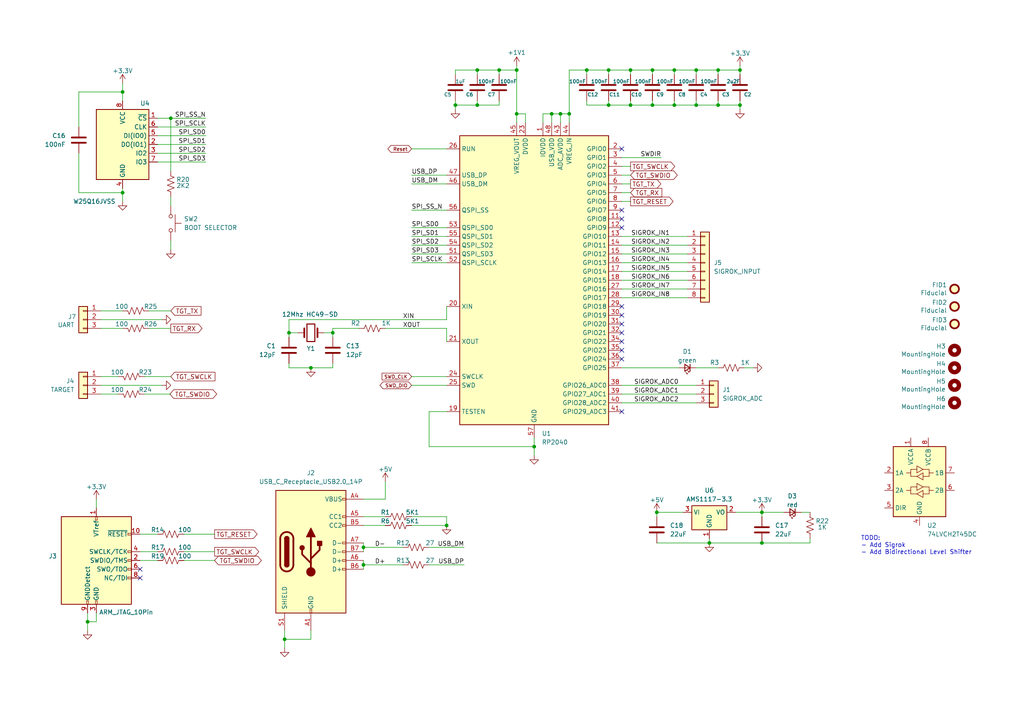
<source format=kicad_sch>
(kicad_sch (version 20231120) (generator "eeschema") (generator_version "8.0")
  (paper "A4")
  (title_block (title "Piko") (date "2025-07-17") (rev "V0.1") (company "AHAH_TERROR"))
  (lib_symbols
    (symbol "Connector:Conn_ARM_JTAG_SWD_10" (pin_names (offset 1.016))
      (property "Reference" "J" (at -2.54 16.51 0))
      (property "Value" "Conn_ARM_JTAG_SWD_10" (at -2.54 13.97 0))
      (symbol "Conn_ARM_JTAG_SWD_10_1_1"
        (pin power_in line (at 0 15.24 270) (length 2.54) (name "VTref") (number "1"))
        (pin open_collector line (at 12.7 7.62 180) (length 2.54) (name "~{RESET}") (number "10"))
        (pin bidirectional line (at 12.7 0 180) (length 2.54) (name "SWDIO/TMS") (number "2"))
        (pin power_in line (at 0 -15.24 90) (length 2.54) (name "GND") (number "3"))
        (pin output line (at 12.7 2.54 180) (length 2.54) (name "SWCLK/TCK") (number "4"))
        (pin passive line (at 0 -15.24 90) (length 2.54) hide (name "GND") (number "5"))
        (pin input line (at 12.7 -2.54 180) (length 2.54) (name "SWO/TDO") (number "6"))
        (pin no_connect line (at -10.16 0 0) (length 2.54) hide (name "KEY") (number "7"))
        (pin output line (at 12.7 -5.08 180) (length 2.54) (name "NC/TDI") (number "8"))
        (pin passive line (at -2.54 -15.24 90) (length 2.54) (name "GNDDetect") (number "9"))
      )
    )
    (symbol "Connector:USB_C_Receptacle_USB2.0_14P" (pin_names (offset 1.016))
      (property "Reference" "J" (at 0 22.225 0))
      (property "Value" "USB_C_Receptacle_USB2.0_14P" (at 0 19.685 0))
      (symbol "USB_C_Receptacle_USB2.0_14P_1_1"
        (pin passive line (at 0 -22.86 90) (length 5.08) (name "GND") (number "A1"))
        (pin passive line (at 0 -22.86 90) (length 5.08) hide (name "GND") (number "A12"))
        (pin passive line (at 15.24 15.24 180) (length 5.08) (name "VBUS") (number "A4"))
        (pin bidirectional line (at 15.24 10.16 180) (length 5.08) (name "CC1") (number "A5"))
        (pin bidirectional line (at 15.24 -2.54 180) (length 5.08) (name "D+") (number "A6"))
        (pin bidirectional line (at 15.24 2.54 180) (length 5.08) (name "D-") (number "A7"))
        (pin passive line (at 15.24 15.24 180) (length 5.08) hide (name "VBUS") (number "A9"))
        (pin passive line (at 0 -22.86 90) (length 5.08) hide (name "GND") (number "B1"))
        (pin passive line (at 0 -22.86 90) (length 5.08) hide (name "GND") (number "B12"))
        (pin passive line (at 15.24 15.24 180) (length 5.08) hide (name "VBUS") (number "B4"))
        (pin bidirectional line (at 15.24 7.62 180) (length 5.08) (name "CC2") (number "B5"))
        (pin bidirectional line (at 15.24 -5.08 180) (length 5.08) (name "D+") (number "B6"))
        (pin bidirectional line (at 15.24 0 180) (length 5.08) (name "D-") (number "B7"))
        (pin passive line (at 15.24 15.24 180) (length 5.08) hide (name "VBUS") (number "B9"))
        (pin passive line (at -7.62 -22.86 90) (length 5.08) (name "SHIELD") (number "S1"))
      )
    )
    (symbol "Connector_Generic:Conn_01x03" (pin_names (offset 1.016) hide)
      (property "Reference" "J" (at 0 5.08 0))
      (property "Value" "Conn_01x03" (at 0 -5.08 0))
      (symbol "Conn_01x03_1_1"
        (pin passive line (at -5.08 2.54 0) (length 3.81) (name "Pin_1") (number "1"))
        (pin passive line (at -5.08 0 0) (length 3.81) (name "Pin_2") (number "2"))
        (pin passive line (at -5.08 -2.54 0) (length 3.81) (name "Pin_3") (number "3"))
      )
    )
    (symbol "Connector_Generic:Conn_01x08" (pin_names (offset 1.016) hide)
      (property "Reference" "J" (at 0 10.16 0))
      (property "Value" "Conn_01x08" (at 0 -12.7 0))
      (symbol "Conn_01x08_1_1"
        (pin passive line (at -5.08 7.62 0) (length 3.81) (name "Pin_1") (number "1"))
        (pin passive line (at -5.08 5.08 0) (length 3.81) (name "Pin_2") (number "2"))
        (pin passive line (at -5.08 2.54 0) (length 3.81) (name "Pin_3") (number "3"))
        (pin passive line (at -5.08 0 0) (length 3.81) (name "Pin_4") (number "4"))
        (pin passive line (at -5.08 -2.54 0) (length 3.81) (name "Pin_5") (number "5"))
        (pin passive line (at -5.08 -5.08 0) (length 3.81) (name "Pin_6") (number "6"))
        (pin passive line (at -5.08 -7.62 0) (length 3.81) (name "Pin_7") (number "7"))
        (pin passive line (at -5.08 -10.16 0) (length 3.81) (name "Pin_8") (number "8"))
      )
    )
    (symbol "Device:C" (pin_numbers hide) (pin_names (offset 0.254))
      (property "Reference" "C" (at 0.635 2.54 0))
      (property "Value" "C" (at 0.635 -2.54 0))
      (symbol "C_1_1"
        (pin passive line (at 0 3.81 270) (length 2.794) (name "~") (number "1"))
        (pin passive line (at 0 -3.81 90) (length 2.794) (name "~") (number "2"))
      )
    )
    (symbol "Device:Crystal" (pin_numbers hide) (pin_names (offset 1.016) hide)
      (property "Reference" "Y" (at 0 3.81 0))
      (property "Value" "Crystal" (at 0 -3.81 0))
      (symbol "Crystal_1_1"
        (pin passive line (at -3.81 0 0) (length 1.27) (name "1") (number "1"))
        (pin passive line (at 3.81 0 180) (length 1.27) (name "2") (number "2"))
      )
    )
    (symbol "Device:LED_Small" (pin_numbers hide) (pin_names (offset 0.254) hide)
      (property "Reference" "D" (at -1.27 3.175 0))
      (property "Value" "LED_Small" (at -4.445 -2.54 0))
      (symbol "LED_Small_1_1"
        (pin passive line (at -2.54 0 0) (length 1.778) (name "K") (number "1"))
        (pin passive line (at 2.54 0 180) (length 1.778) (name "A") (number "2"))
      )
    )
    (symbol "Device:R_US" (pin_numbers hide) (pin_names (offset 0))
      (property "Reference" "R" (at 2.54 0 90))
      (property "Value" "R_US" (at -2.54 0 90))
      (symbol "R_US_1_1"
        (pin passive line (at 0 3.81 270) (length 1.27) (name "~") (number "1"))
        (pin passive line (at 0 -3.81 90) (length 1.27) (name "~") (number "2"))
      )
    )
    (symbol "Logic_LevelTranslator:74LVCH2T45DC"
      (property "Reference" "U" (at 6.35 -11.43 0))
      (property "Value" "74LVCH2T45DC" (at 10.16 11.43 0))
      (symbol "74LVCH2T45DC_1_1"
        (pin power_in line (at -2.54 12.7 270) (length 2.54) (name "VCCA") (number "1"))
        (pin bidirectional line (at -10.16 2.54 0) (length 2.54) (name "1A") (number "2"))
        (pin bidirectional line (at -10.16 -2.54 0) (length 2.54) (name "2A") (number "3"))
        (pin power_in line (at 0 -12.7 90) (length 2.54) (name "GND") (number "4"))
        (pin input line (at -10.16 -7.62 0) (length 2.54) (name "DIR") (number "5"))
        (pin bidirectional line (at 10.16 -2.54 180) (length 2.54) (name "2B") (number "6"))
        (pin bidirectional line (at 10.16 2.54 180) (length 2.54) (name "1B") (number "7"))
        (pin power_in line (at 2.54 12.7 270) (length 2.54) (name "VCCB") (number "8"))
      )
    )
    (symbol "MCU_RaspberryPi:RP2040"
      (property "Reference" "U" (at 17.78 45.72 0))
      (property "Value" "RP2040" (at 17.78 43.18 0))
      (symbol "RP2040_1_1"
        (pin power_in line (at 2.54 45.72 270) (length 3.81) (name "IOVDD") (number "1"))
        (pin passive line (at 2.54 45.72 270) (length 3.81) hide (name "IOVDD") (number "10"))
        (pin bidirectional line (at 25.4 17.78 180) (length 3.81) (name "GPIO8") (number "11"))
        (pin bidirectional line (at 25.4 15.24 180) (length 3.81) (name "GPIO9") (number "12"))
        (pin bidirectional line (at 25.4 12.7 180) (length 3.81) (name "GPIO10") (number "13"))
        (pin bidirectional line (at 25.4 10.16 180) (length 3.81) (name "GPIO11") (number "14"))
        (pin bidirectional line (at 25.4 7.62 180) (length 3.81) (name "GPIO12") (number "15"))
        (pin bidirectional line (at 25.4 5.08 180) (length 3.81) (name "GPIO13") (number "16"))
        (pin bidirectional line (at 25.4 2.54 180) (length 3.81) (name "GPIO14") (number "17"))
        (pin bidirectional line (at 25.4 0 180) (length 3.81) (name "GPIO15") (number "18"))
        (pin input line (at -25.4 -38.1 0) (length 3.81) (name "TESTEN") (number "19"))
        (pin bidirectional line (at 25.4 38.1 180) (length 3.81) (name "GPIO0") (number "2"))
        (pin input line (at -25.4 -7.62 0) (length 3.81) (name "XIN") (number "20"))
        (pin passive line (at -25.4 -17.78 0) (length 3.81) (name "XOUT") (number "21"))
        (pin passive line (at 2.54 45.72 270) (length 3.81) hide (name "IOVDD") (number "22"))
        (pin power_in line (at -2.54 45.72 270) (length 3.81) (name "DVDD") (number "23"))
        (pin input line (at -25.4 -27.94 0) (length 3.81) (name "SWCLK") (number "24"))
        (pin bidirectional line (at -25.4 -30.48 0) (length 3.81) (name "SWD") (number "25"))
        (pin input line (at -25.4 38.1 0) (length 3.81) (name "RUN") (number "26"))
        (pin bidirectional line (at 25.4 -2.54 180) (length 3.81) (name "GPIO16") (number "27"))
        (pin bidirectional line (at 25.4 -5.08 180) (length 3.81) (name "GPIO17") (number "28"))
        (pin bidirectional line (at 25.4 -7.62 180) (length 3.81) (name "GPIO18") (number "29"))
        (pin bidirectional line (at 25.4 35.56 180) (length 3.81) (name "GPIO1") (number "3"))
        (pin bidirectional line (at 25.4 -10.16 180) (length 3.81) (name "GPIO19") (number "30"))
        (pin bidirectional line (at 25.4 -12.7 180) (length 3.81) (name "GPIO20") (number "31"))
        (pin bidirectional line (at 25.4 -15.24 180) (length 3.81) (name "GPIO21") (number "32"))
        (pin passive line (at 2.54 45.72 270) (length 3.81) hide (name "IOVDD") (number "33"))
        (pin bidirectional line (at 25.4 -17.78 180) (length 3.81) (name "GPIO22") (number "34"))
        (pin bidirectional line (at 25.4 -20.32 180) (length 3.81) (name "GPIO23") (number "35"))
        (pin bidirectional line (at 25.4 -22.86 180) (length 3.81) (name "GPIO24") (number "36"))
        (pin bidirectional line (at 25.4 -25.4 180) (length 3.81) (name "GPIO25") (number "37"))
        (pin bidirectional line (at 25.4 -30.48 180) (length 3.81) (name "GPIO26_ADC0") (number "38"))
        (pin bidirectional line (at 25.4 -33.02 180) (length 3.81) (name "GPIO27_ADC1") (number "39"))
        (pin bidirectional line (at 25.4 33.02 180) (length 3.81) (name "GPIO2") (number "4"))
        (pin bidirectional line (at 25.4 -35.56 180) (length 3.81) (name "GPIO28_ADC2") (number "40"))
        (pin bidirectional line (at 25.4 -38.1 180) (length 3.81) (name "GPIO29_ADC3") (number "41"))
        (pin passive line (at 2.54 45.72 270) (length 3.81) hide (name "IOVDD") (number "42"))
        (pin power_in line (at 7.62 45.72 270) (length 3.81) (name "ADC_AVDD") (number "43"))
        (pin power_in line (at 10.16 45.72 270) (length 3.81) (name "VREG_IN") (number "44"))
        (pin power_out line (at -5.08 45.72 270) (length 3.81) (name "VREG_VOUT") (number "45"))
        (pin bidirectional line (at -25.4 27.94 0) (length 3.81) (name "USB_DM") (number "46"))
        (pin bidirectional line (at -25.4 30.48 0) (length 3.81) (name "USB_DP") (number "47"))
        (pin power_in line (at 5.08 45.72 270) (length 3.81) (name "USB_VDD") (number "48"))
        (pin passive line (at 2.54 45.72 270) (length 3.81) hide (name "IOVDD") (number "49"))
        (pin bidirectional line (at 25.4 30.48 180) (length 3.81) (name "GPIO3") (number "5"))
        (pin passive line (at -2.54 45.72 270) (length 3.81) hide (name "DVDD") (number "50"))
        (pin bidirectional line (at -25.4 7.62 0) (length 3.81) (name "QSPI_SD3") (number "51"))
        (pin output line (at -25.4 5.08 0) (length 3.81) (name "QSPI_SCLK") (number "52"))
        (pin bidirectional line (at -25.4 15.24 0) (length 3.81) (name "QSPI_SD0") (number "53"))
        (pin bidirectional line (at -25.4 10.16 0) (length 3.81) (name "QSPI_SD2") (number "54"))
        (pin bidirectional line (at -25.4 12.7 0) (length 3.81) (name "QSPI_SD1") (number "55"))
        (pin bidirectional line (at -25.4 20.32 0) (length 3.81) (name "QSPI_SS") (number "56"))
        (pin power_in line (at 0 -45.72 90) (length 3.81) (name "GND") (number "57"))
        (pin bidirectional line (at 25.4 27.94 180) (length 3.81) (name "GPIO4") (number "6"))
        (pin bidirectional line (at 25.4 25.4 180) (length 3.81) (name "GPIO5") (number "7"))
        (pin bidirectional line (at 25.4 22.86 180) (length 3.81) (name "GPIO6") (number "8"))
        (pin bidirectional line (at 25.4 20.32 180) (length 3.81) (name "GPIO7") (number "9"))
      )
    )
    (symbol "Mechanical:Fiducial"
      (property "Reference" "FID" (at 0 5.08 0))
      (property "Value" "Fiducial" (at 0 3.175 0))
    )
    (symbol "Mechanical:MountingHole" (pin_names (offset 1.016))
      (property "Reference" "H" (at 0 5.08 0))
      (property "Value" "MountingHole" (at 0 3.175 0))
    )
    (symbol "Memory_Flash:W25Q32JVSS"
      (property "Reference" "U" (at -6.35 11.43 0))
      (property "Value" "W25Q32JVSS" (at 7.62 11.43 0))
      (symbol "W25Q32JVSS_1_1"
        (pin input line (at -10.16 7.62 0) (length 2.54) (name "~{CS}") (number "1"))
        (pin bidirectional line (at -10.16 0 0) (length 2.54) (name "DO(IO1)") (number "2"))
        (pin bidirectional line (at -10.16 -2.54 0) (length 2.54) (name "IO2") (number "3"))
        (pin power_in line (at 0 -12.7 90) (length 2.54) (name "GND") (number "4"))
        (pin bidirectional line (at -10.16 2.54 0) (length 2.54) (name "DI(IO0)") (number "5"))
        (pin input line (at -10.16 5.08 0) (length 2.54) (name "CLK") (number "6"))
        (pin bidirectional line (at -10.16 -5.08 0) (length 2.54) (name "IO3") (number "7"))
        (pin power_in line (at 0 12.7 270) (length 2.54) (name "VCC") (number "8"))
      )
    )
    (symbol "Regulator_Linear:AMS1117-3.3"
      (property "Reference" "U" (at -3.81 3.175 0))
      (property "Value" "AMS1117-3.3" (at 0 3.175 0))
      (symbol "AMS1117-3.3_1_1"
        (pin power_in line (at 0 -7.62 90) (length 2.54) (name "GND") (number "1"))
        (pin power_out line (at 7.62 0 180) (length 2.54) (name "VO") (number "2"))
        (pin power_in line (at -7.62 0 0) (length 2.54) (name "VI") (number "3"))
      )
    )
    (symbol "Switch:SW_Push" (pin_numbers hide) (pin_names (offset 1.016) hide)
      (property "Reference" "SW" (at 1.27 2.54 0))
      (property "Value" "SW_Push" (at 0 -1.524 0))
      (symbol "SW_Push_0_1"
        (pin passive line (at -5.08 0 0) (length 2.54) (name "1") (number "1"))
        (pin passive line (at 5.08 0 180) (length 2.54) (name "2") (number "2"))
      )
    )
    (symbol "power:+1V1" (power) (pin_numbers hide) (pin_names (offset 0) hide)
      (property "Value" "+1V1" (at 0 3.556 0))
      (symbol "+1V1_1_1"
        (pin power_in line (at 0 0 90) (length 0) (name "~") (number "1"))
      )
    )
    (symbol "power:+3.3V" (power) (pin_names (offset 0))
      (property "Value" "+3.3V" (at 0 3.556 0))
      (symbol "+3.3V_1_1"
        (pin power_in line (at 0 0 90) (length 0) hide (name "+3.3V") (number "1"))
      )
    )
    (symbol "power:+5V" (power) (pin_names (offset 0))
      (property "Value" "+5V" (at 0 3.556 0))
      (symbol "+5V_1_1"
        (pin power_in line (at 0 0 90) (length 0) hide (name "+5V") (number "1"))
      )
    )
    (symbol "power:GND" (power) (pin_names (offset 0))
      (property "Value" "GND" (at 0 -3.81 0))
      (symbol "GND_1_1"
        (pin power_in line (at 0 0 270) (length 0) hide (name "GND") (number "1"))
      )
    )
  )
  (junction (at 144.78 20.32))
  (junction (at 170.18 20.32))
  (junction (at 162.56 33.02))
  (junction (at 165.1 33.02))
  (junction (at 149.86 33.02))
  (junction (at 105.41 158.75))
  (junction (at 138.43 20.32))
  (junction (at 208.28 30.48))
  (junction (at 83.82 96.52))
  (junction (at 195.58 30.48))
  (junction (at 201.93 30.48))
  (junction (at 201.93 20.32))
  (junction (at 182.88 20.32))
  (junction (at 176.53 20.32))
  (junction (at 220.98 157.48))
  (junction (at 214.63 30.48))
  (junction (at 90.17 106.68))
  (junction (at 82.55 185.42))
  (junction (at 190.5 148.59))
  (junction (at 25.4 180.34))
  (junction (at 208.28 20.32))
  (junction (at 35.56 26.67))
  (junction (at 129.54 152.4))
  (junction (at 214.63 20.32))
  (junction (at 195.58 20.32))
  (junction (at 182.88 30.48))
  (junction (at 189.23 30.48))
  (junction (at 35.56 55.88))
  (junction (at 176.53 30.48))
  (junction (at 96.52 96.52))
  (junction (at 138.43 30.48))
  (junction (at 49.53 34.29))
  (junction (at 220.98 148.59))
  (junction (at 160.02 33.02))
  (junction (at 132.08 30.48))
  (junction (at 154.94 129.54))
  (junction (at 105.41 163.83))
  (junction (at 149.86 20.32))
  (junction (at 205.74 157.48))
  (junction (at 189.23 20.32))
  (no_connect (at 180.34 91.44))
  (no_connect (at 180.34 63.5))
  (no_connect (at 180.34 88.9))
  (no_connect (at 40.64 165.1))
  (no_connect (at 180.34 99.06))
  (no_connect (at 180.34 96.52))
  (no_connect (at 40.64 167.64))
  (no_connect (at 180.34 43.18))
  (no_connect (at 180.34 60.96))
  (no_connect (at 180.34 66.04))
  (no_connect (at 180.34 104.14))
  (no_connect (at 180.34 101.6))
  (no_connect (at 180.34 93.98))
  (no_connect (at 180.34 119.38))
  (wire (pts (xy 111.76 149.86) (xy 105.41 149.86)))
  (wire (pts (xy 190.5 157.48) (xy 205.74 157.48)))
  (wire (pts (xy 27.94 177.8) (xy 27.94 180.34)))
  (wire (pts (xy 180.34 81.28) (xy 199.39 81.28)))
  (wire (pts (xy 201.93 111.76) (xy 180.34 111.76)))
  (wire (pts (xy 119.38 71.12) (xy 129.54 71.12)))
  (wire (pts (xy 83.82 96.52) (xy 86.36 96.52)))
  (wire (pts (xy 208.28 29.21) (xy 208.28 30.48)))
  (wire (pts (xy 59.69 41.91) (xy 45.72 41.91)))
  (wire (pts (xy 105.41 158.75) (xy 105.41 160.02)))
  (wire (pts (xy 35.56 90.17) (xy 29.21 90.17)))
  (wire (pts (xy 189.23 30.48) (xy 182.88 30.48)))
  (wire (pts (xy 180.34 78.74) (xy 199.39 78.74)))
  (wire (pts (xy 138.43 29.21) (xy 138.43 30.48)))
  (wire (pts (xy 119.38 66.04) (xy 129.54 66.04)))
  (wire (pts (xy 82.55 185.42) (xy 82.55 187.96)))
  (wire (pts (xy 96.52 96.52) (xy 93.98 96.52)))
  (wire (pts (xy 180.34 83.82) (xy 199.39 83.82)))
  (wire (pts (xy 149.86 20.32) (xy 149.86 33.02)))
  (wire (pts (xy 190.5 148.59) (xy 190.5 149.86)))
  (wire (pts (xy 105.41 157.48) (xy 105.41 158.75)))
  (wire (pts (xy 96.52 95.25) (xy 96.52 96.52)))
  (wire (pts (xy 82.55 182.88) (xy 82.55 185.42)))
  (wire (pts (xy 119.38 73.66) (xy 129.54 73.66)))
  (wire (pts (xy 182.88 50.8) (xy 180.34 50.8)))
  (wire (pts (xy 195.58 20.32) (xy 189.23 20.32)))
  (wire (pts (xy 105.41 162.56) (xy 105.41 163.83)))
  (wire (pts (xy 119.38 68.58) (xy 129.54 68.58)))
  (wire (pts (xy 27.94 144.78) (xy 27.94 147.32)))
  (wire (pts (xy 119.38 53.34) (xy 129.54 53.34)))
  (wire (pts (xy 214.63 20.32) (xy 208.28 20.32)))
  (wire (pts (xy 35.56 95.25) (xy 29.21 95.25)))
  (wire (pts (xy 154.94 127) (xy 154.94 129.54)))
  (wire (pts (xy 45.72 160.02) (xy 40.64 160.02)))
  (wire (pts (xy 152.4 33.02) (xy 152.4 35.56)))
  (wire (pts (xy 182.88 29.21) (xy 182.88 30.48)))
  (wire (pts (xy 83.82 92.71) (xy 129.54 92.71)))
  (wire (pts (xy 214.63 30.48) (xy 214.63 29.21)))
  (wire (pts (xy 214.63 31.75) (xy 214.63 30.48)))
  (wire (pts (xy 62.23 162.56) (xy 53.34 162.56)))
  (wire (pts (xy 220.98 157.48) (xy 234.95 157.48)))
  (wire (pts (xy 154.94 129.54) (xy 154.94 132.08)))
  (wire (pts (xy 182.88 20.32) (xy 176.53 20.32)))
  (wire (pts (xy 35.56 58.42) (xy 35.56 55.88)))
  (wire (pts (xy 119.38 60.96) (xy 129.54 60.96)))
  (wire (pts (xy 49.53 114.3) (xy 41.91 114.3)))
  (wire (pts (xy 22.86 44.45) (xy 22.86 55.88)))
  (wire (pts (xy 176.53 30.48) (xy 170.18 30.48)))
  (wire (pts (xy 124.46 119.38) (xy 124.46 129.54)))
  (wire (pts (xy 96.52 97.79) (xy 96.52 96.52)))
  (wire (pts (xy 53.34 160.02) (xy 62.23 160.02)))
  (wire (pts (xy 111.76 95.25) (xy 129.54 95.25)))
  (wire (pts (xy 35.56 26.67) (xy 22.86 26.67)))
  (wire (pts (xy 105.41 163.83) (xy 105.41 165.1)))
  (wire (pts (xy 208.28 20.32) (xy 208.28 21.59)))
  (wire (pts (xy 132.08 20.32) (xy 132.08 21.59)))
  (wire (pts (xy 201.93 20.32) (xy 195.58 20.32)))
  (wire (pts (xy 49.53 34.29) (xy 45.72 34.29)))
  (wire (pts (xy 201.93 116.84) (xy 180.34 116.84)))
  (wire (pts (xy 138.43 20.32) (xy 138.43 21.59)))
  (wire (pts (xy 189.23 20.32) (xy 189.23 21.59)))
  (wire (pts (xy 196.85 106.68) (xy 180.34 106.68)))
  (wire (pts (xy 182.88 58.42) (xy 180.34 58.42)))
  (wire (pts (xy 132.08 20.32) (xy 138.43 20.32)))
  (wire (pts (xy 25.4 180.34) (xy 27.94 180.34)))
  (wire (pts (xy 53.34 154.94) (xy 62.23 154.94)))
  (wire (pts (xy 165.1 33.02) (xy 165.1 35.56)))
  (wire (pts (xy 124.46 129.54) (xy 154.94 129.54)))
  (wire (pts (xy 83.82 92.71) (xy 83.82 96.52)))
  (wire (pts (xy 119.38 76.2) (xy 129.54 76.2)))
  (wire (pts (xy 35.56 55.88) (xy 35.56 54.61)))
  (wire (pts (xy 182.88 53.34) (xy 180.34 53.34)))
  (wire (pts (xy 49.53 109.22) (xy 41.91 109.22)))
  (wire (pts (xy 149.86 19.05) (xy 149.86 20.32)))
  (wire (pts (xy 170.18 20.32) (xy 176.53 20.32)))
  (wire (pts (xy 104.14 95.25) (xy 96.52 95.25)))
  (wire (pts (xy 90.17 106.68) (xy 96.52 106.68)))
  (wire (pts (xy 124.46 119.38) (xy 129.54 119.38)))
  (wire (pts (xy 83.82 106.68) (xy 90.17 106.68)))
  (wire (pts (xy 157.48 33.02) (xy 157.48 35.56)))
  (wire (pts (xy 34.29 114.3) (xy 29.21 114.3)))
  (wire (pts (xy 201.93 29.21) (xy 201.93 30.48)))
  (wire (pts (xy 170.18 29.21) (xy 170.18 30.48)))
  (wire (pts (xy 201.93 20.32) (xy 201.93 21.59)))
  (wire (pts (xy 165.1 20.32) (xy 170.18 20.32)))
  (wire (pts (xy 160.02 33.02) (xy 160.02 35.56)))
  (wire (pts (xy 138.43 20.32) (xy 144.78 20.32)))
  (wire (pts (xy 180.34 76.2) (xy 199.39 76.2)))
  (wire (pts (xy 25.4 180.34) (xy 25.4 177.8)))
  (wire (pts (xy 46.99 92.71) (xy 29.21 92.71)))
  (wire (pts (xy 49.53 95.25) (xy 43.18 95.25)))
  (wire (pts (xy 35.56 24.13) (xy 35.56 26.67)))
  (wire (pts (xy 176.53 20.32) (xy 176.53 21.59)))
  (wire (pts (xy 119.38 43.18) (xy 129.54 43.18)))
  (wire (pts (xy 180.34 71.12) (xy 199.39 71.12)))
  (wire (pts (xy 176.53 29.21) (xy 176.53 30.48)))
  (wire (pts (xy 49.53 72.39) (xy 49.53 69.85)))
  (wire (pts (xy 83.82 97.79) (xy 83.82 96.52)))
  (wire (pts (xy 180.34 45.72) (xy 191.77 45.72)))
  (wire (pts (xy 160.02 33.02) (xy 162.56 33.02)))
  (wire (pts (xy 144.78 29.21) (xy 144.78 30.48)))
  (wire (pts (xy 162.56 33.02) (xy 165.1 33.02)))
  (wire (pts (xy 180.34 114.3) (xy 201.93 114.3)))
  (wire (pts (xy 234.95 148.59) (xy 232.41 148.59)))
  (wire (pts (xy 195.58 20.32) (xy 195.58 21.59)))
  (wire (pts (xy 205.74 157.48) (xy 220.98 157.48)))
  (wire (pts (xy 208.28 106.68) (xy 201.93 106.68)))
  (wire (pts (xy 111.76 144.78) (xy 105.41 144.78)))
  (wire (pts (xy 180.34 86.36) (xy 199.39 86.36)))
  (wire (pts (xy 111.76 139.7) (xy 111.76 144.78)))
  (wire (pts (xy 134.62 163.83) (xy 124.46 163.83)))
  (wire (pts (xy 25.4 182.88) (xy 25.4 180.34)))
  (wire (pts (xy 165.1 20.32) (xy 165.1 33.02)))
  (wire (pts (xy 119.38 152.4) (xy 129.54 152.4)))
  (wire (pts (xy 149.86 33.02) (xy 149.86 35.56)))
  (wire (pts (xy 90.17 182.88) (xy 90.17 185.42)))
  (wire (pts (xy 35.56 26.67) (xy 35.56 29.21)))
  (wire (pts (xy 134.62 158.75) (xy 124.46 158.75)))
  (wire (pts (xy 218.44 106.68) (xy 215.9 106.68)))
  (wire (pts (xy 213.36 148.59) (xy 220.98 148.59)))
  (wire (pts (xy 182.88 30.48) (xy 176.53 30.48)))
  (wire (pts (xy 22.86 26.67) (xy 22.86 36.83)))
  (wire (pts (xy 129.54 95.25) (xy 129.54 99.06)))
  (wire (pts (xy 96.52 105.41) (xy 96.52 106.68)))
  (wire (pts (xy 46.99 111.76) (xy 29.21 111.76)))
  (wire (pts (xy 105.41 163.83) (xy 116.84 163.83)))
  (wire (pts (xy 82.55 185.42) (xy 90.17 185.42)))
  (wire (pts (xy 105.41 158.75) (xy 116.84 158.75)))
  (wire (pts (xy 144.78 20.32) (xy 149.86 20.32)))
  (wire (pts (xy 59.69 46.99) (xy 45.72 46.99)))
  (wire (pts (xy 129.54 149.86) (xy 129.54 152.4)))
  (wire (pts (xy 195.58 30.48) (xy 189.23 30.48)))
  (wire (pts (xy 59.69 39.37) (xy 45.72 39.37)))
  (wire (pts (xy 83.82 105.41) (xy 83.82 106.68)))
  (wire (pts (xy 149.86 33.02) (xy 152.4 33.02)))
  (wire (pts (xy 182.88 20.32) (xy 182.88 21.59)))
  (wire (pts (xy 182.88 55.88) (xy 180.34 55.88)))
  (wire (pts (xy 59.69 34.29) (xy 49.53 34.29)))
  (wire (pts (xy 220.98 148.59) (xy 227.33 148.59)))
  (wire (pts (xy 45.72 154.94) (xy 40.64 154.94)))
  (wire (pts (xy 132.08 30.48) (xy 138.43 30.48)))
  (wire (pts (xy 208.28 20.32) (xy 201.93 20.32)))
  (wire (pts (xy 214.63 20.32) (xy 214.63 21.59)))
  (wire (pts (xy 132.08 30.48) (xy 132.08 31.75)))
  (wire (pts (xy 45.72 162.56) (xy 40.64 162.56)))
  (wire (pts (xy 49.53 59.69) (xy 49.53 57.15)))
  (wire (pts (xy 205.74 156.21) (xy 205.74 157.48)))
  (wire (pts (xy 180.34 73.66) (xy 199.39 73.66)))
  (wire (pts (xy 119.38 111.76) (xy 129.54 111.76)))
  (wire (pts (xy 170.18 20.32) (xy 170.18 21.59)))
  (wire (pts (xy 35.56 55.88) (xy 22.86 55.88)))
  (wire (pts (xy 43.18 90.17) (xy 49.53 90.17)))
  (wire (pts (xy 157.48 33.02) (xy 160.02 33.02)))
  (wire (pts (xy 182.88 48.26) (xy 180.34 48.26)))
  (wire (pts (xy 119.38 50.8) (xy 129.54 50.8)))
  (wire (pts (xy 189.23 29.21) (xy 189.23 30.48)))
  (wire (pts (xy 49.53 49.53) (xy 49.53 34.29)))
  (wire (pts (xy 234.95 156.21) (xy 234.95 157.48)))
  (wire (pts (xy 195.58 29.21) (xy 195.58 30.48)))
  (wire (pts (xy 190.5 148.59) (xy 198.12 148.59)))
  (wire (pts (xy 129.54 88.9) (xy 129.54 92.71)))
  (wire (pts (xy 214.63 19.05) (xy 214.63 20.32)))
  (wire (pts (xy 105.41 152.4) (xy 111.76 152.4)))
  (wire (pts (xy 162.56 33.02) (xy 162.56 35.56)))
  (wire (pts (xy 220.98 148.59) (xy 220.98 149.86)))
  (wire (pts (xy 144.78 20.32) (xy 144.78 21.59)))
  (wire (pts (xy 138.43 30.48) (xy 144.78 30.48)))
  (wire (pts (xy 189.23 20.32) (xy 182.88 20.32)))
  (wire (pts (xy 208.28 30.48) (xy 201.93 30.48)))
  (wire (pts (xy 34.29 109.22) (xy 29.21 109.22)))
  (wire (pts (xy 59.69 36.83) (xy 45.72 36.83)))
  (wire (pts (xy 180.34 68.58) (xy 199.39 68.58)))
  (wire (pts (xy 214.63 30.48) (xy 208.28 30.48)))
  (wire (pts (xy 119.38 109.22) (xy 129.54 109.22)))
  (wire (pts (xy 132.08 29.21) (xy 132.08 30.48)))
  (wire (pts (xy 201.93 30.48) (xy 195.58 30.48)))
  (wire (pts (xy 59.69 44.45) (xy 45.72 44.45)))
  (wire (pts (xy 119.38 149.86) (xy 129.54 149.86)))
  (text "TODO: \n- Add Sigrok \n- Add Bidirectional Level Shifter" (at 249.682 155.448 0) (effects (font (size 1.27 1.27)) (justify left top)))
  (label "SPI_SD1" (at 59.69 41.91 180))
  (label "SIGROK_IN2" (at 194.31 71.12 180))
  (label "SPI_SD2" (at 119.38 71.12 0))
  (label "SPI_SD3" (at 59.69 46.99 180))
  (label "SIGROK_IN8" (at 194.31 86.36 180))
  (label "SPI_SS_N" (at 59.69 34.29 180))
  (label "SIGROK_IN6" (at 194.31 81.28 180))
  (label "SIGROK_ADC2" (at 196.85 116.84 180))
  (label "SPI_SD0" (at 59.69 39.37 180))
  (label "SIGROK_IN7" (at 194.31 83.82 180))
  (label "SPI_SD0" (at 119.38 66.04 0))
  (label "USB_DM" (at 134.62 158.75 180))
  (label "XOUT" (at 116.84 95.25 0))
  (label "USB_DM" (at 119.38 53.34 0))
  (label "SWDIR" (at 191.77 45.72 180))
  (label "XIN" (at 116.84 92.71 0))
  (label "D+" (at 111.76 163.83 180))
  (label "SPI_SD3" (at 119.38 73.66 0))
  (label "SIGROK_ADC0" (at 196.85 111.76 180))
  (label "SIGROK_IN4" (at 194.31 76.2 180))
  (label "SPI_SD2" (at 59.69 44.45 180))
  (label "SPI_SCLK" (at 59.69 36.83 180))
  (label "SIGROK_IN3" (at 194.31 73.66 180))
  (label "SPI_SCLK" (at 119.38 76.2 0))
  (label "SIGROK_ADC1" (at 196.85 114.3 180))
  (label "USB_DP" (at 119.38 50.8 0))
  (label "SIGROK_IN5" (at 194.31 78.74 180))
  (label "SPI_SD1" (at 119.38 68.58 0))
  (label "USB_DP" (at 134.62 163.83 180))
  (label "D-" (at 111.76 158.75 180))
  (label "SIGROK_IN1" (at 194.31 68.58 180))
  (label "SPI_SS_N" (at 119.38 60.96 0))
  (global_label "SWD_CLK" (shape input) (at 119.38 109.22 180) (effects (font (size 1 1))) (property "Intersheetrefs" "${INTERSHEET_REFS}" (effects (hide yes))))
  (global_label "TGT_SWDIO" (shape bidirectional) (at 182.88 50.8 0) (property "Intersheetrefs" "${INTERSHEET_REFS}" (effects (hide yes))))
  (global_label "TGT_RESET" (shape output) (at 62.23 154.94 0) (property "Intersheetrefs" "${INTERSHEET_REFS}" (effects (hide yes))))
  (global_label "TGT_SWCLK" (shape output) (at 62.23 160.02 0) (property "Intersheetrefs" "${INTERSHEET_REFS}" (effects (hide yes))))
  (global_label "Reset" (shape bidirectional) (at 119.38 43.18 180) (effects (font (size 1 1))) (property "Intersheetrefs" "${INTERSHEET_REFS}" (effects (hide yes))))
  (global_label "TGT_SWCLK" (shape output) (at 182.88 48.26 0) (property "Intersheetrefs" "${INTERSHEET_REFS}" (effects (hide yes))))
  (global_label "TGT_RESET" (shape output) (at 182.88 58.42 0) (property "Intersheetrefs" "${INTERSHEET_REFS}" (effects (hide yes))))
  (global_label "TGT_SWDIO" (shape bidirectional) (at 49.276 114.3 0) (property "Intersheetrefs" "${INTERSHEET_REFS}" (effects (hide yes))))
  (global_label "TGT_SWDIO" (shape bidirectional) (at 62.23 162.56 0) (property "Intersheetrefs" "${INTERSHEET_REFS}" (effects (hide yes))))
  (global_label "TGT_TX" (shape input) (at 49.53 90.17 0) (property "Intersheetrefs" "${INTERSHEET_REFS}" (effects (hide yes))))
  (global_label "SWD_DIO" (shape bidirectional) (at 119.38 111.76 180) (effects (font (size 1 1))) (property "Intersheetrefs" "${INTERSHEET_REFS}" (effects (hide yes))))
  (global_label "TGT_RX" (shape output) (at 49.53 95.25 0) (property "Intersheetrefs" "${INTERSHEET_REFS}" (effects (hide yes))))
  (global_label "TGT_TX" (shape output) (at 182.88 53.34 0) (property "Intersheetrefs" "${INTERSHEET_REFS}" (effects (hide yes))))
  (global_label "TGT_RX" (shape input) (at 182.88 55.88 0) (property "Intersheetrefs" "${INTERSHEET_REFS}" (effects (hide yes))))
  (global_label "TGT_SWCLK" (shape input) (at 49.53 109.22 0) (property "Intersheetrefs" "${INTERSHEET_REFS}" (effects (hide yes))))
  (symbol (lib_id "power:GND") (at 46.99 92.71 90) (mirror x) (unit 1)
    (property "Reference" "#PWR028" (effects (hide yes)))
    (property "Value" "GND" (effects (hide yes)))
  )
  (symbol (lib_id "Device:C") (at 144.78 25.4 0) (unit 1)
    (property "Reference" "C7" (at 141.478 27.432 0) (effects (font (size 1.016 1.016)) (justify left)))
    (property "Value" "100nF" (at 145.034 23.622 0) (effects (font (size 1.016 1.016)) (justify left)))
    (property "Footprint" "Capacitor_SMD:C_0603_1608Metric_Pad1.08x0.95mm_HandSolder" (effects (hide yes)))
    (property "Description" "Unpolarized capacitor" (effects (hide yes)))
  )
  (symbol (lib_id "Device:R_US") (at 120.65 163.83 90) (unit 1)
    (property "Reference" "R13" (at 116.84 162.56 90))
    (property "Value" "27" (at 124.714 162.56 90))
    (property "Footprint" "Resistor_SMD:R_0805_2012Metric_Pad1.20x1.40mm_HandSolder" (effects (hide yes)))
    (property "Description" "Resistor, US symbol" (effects (hide yes)))
  )
  (symbol (lib_id "Device:R_US") (at 49.53 154.94 90) (unit 1)
    (property "Reference" "R14" (at 45.72 153.67 90))
    (property "Value" "100" (at 53.594 153.67 90))
    (property "Footprint" "Resistor_SMD:R_0805_2012Metric_Pad1.20x1.40mm_HandSolder" (effects (hide yes)))
    (property "Description" "Resistor, US symbol" (effects (hide yes)))
  )
  (symbol (lib_id "Device:C") (at 201.93 25.4 0) (mirror y) (unit 1)
    (property "Reference" "C4" (at 205.232 27.432 0) (effects (font (size 1.016 1.016)) (justify left)))
    (property "Value" "100nF" (at 201.676 23.622 0) (effects (font (size 1.016 1.016)) (justify left)))
    (property "Footprint" "Capacitor_SMD:C_0603_1608Metric_Pad1.08x0.95mm_HandSolder" (effects (hide yes)))
    (property "Description" "Unpolarized capacitor" (effects (hide yes)))
  )
  (symbol (lib_id "Device:LED_Small") (at 199.39 106.68 180) (unit 1)
    (property "Reference" "D1" (at 199.3265 101.9642 0))
    (property "Value" "green" (at 199.3265 104.5011 0))
    (property "Footprint" "LED_SMD:LED_0805_2012Metric_Pad1.15x1.40mm_HandSolder" (effects (hide yes)))
    (property "mouser#" "78-VLMTG1300-GS08" (effects (hide yes)))
    (property "MFR" "Vishay Semiconductors " (effects (hide yes)))
    (property "MFR#" "VLMTG1300-GS08 " (effects (hide yes)))
  )
  (symbol (lib_id "power:GND") (at 35.56 58.42 0) (mirror y) (unit 1)
    (property "Reference" "#PWR06" (effects (hide yes)))
    (property "Value" "GND" (effects (hide yes)))
  )
  (symbol (lib_id "Connector_Generic:Conn_01x03") (at 24.13 111.76 0) (mirror y) (unit 1)
    (property "Reference" "J4" (at 21.59 110.4899 0) (effects (justify left)))
    (property "Value" "TARGET" (at 21.59 113.0299 0) (effects (justify left)))
    (property "Footprint" "Connector_PinHeader_2.54mm:PinHeader_1x03_P2.54mm_Vertical" (effects (hide yes)))
  )
  (symbol (lib_id "Device:C") (at 208.28 25.4 0) (mirror y) (unit 1)
    (property "Reference" "C3" (at 211.582 27.432 0) (effects (font (size 1.016 1.016)) (justify left)))
    (property "Value" "100nF" (at 208.026 23.622 0) (effects (font (size 1.016 1.016)) (justify left)))
    (property "Footprint" "Capacitor_SMD:C_0603_1608Metric_Pad1.08x0.95mm_HandSolder" (effects (hide yes)))
    (property "Description" "Unpolarized capacitor" (effects (hide yes)))
  )
  (symbol (lib_id "Device:LED_Small") (at 229.87 148.59 180) (unit 1)
    (property "Reference" "D3" (at 229.8065 143.8742 0))
    (property "Value" "red" (at 229.8065 146.4111 0))
    (property "Footprint" "LED_SMD:LED_0805_2012Metric_Pad1.15x1.40mm_HandSolder" (effects (hide yes)))
    (property "mouser#" "78-VLMS1300-GS08" (effects (hide yes)))
    (property "MFR" "Vishay Semiconductors " (effects (hide yes)))
    (property "MFR#" "VLMS1300-GS08 " (effects (hide yes)))
  )
  (symbol (lib_id "Device:C") (at 214.63 25.4 0) (mirror y) (unit 1)
    (property "Reference" "C2" (at 217.932 27.432 0) (effects (font (size 1.016 1.016)) (justify left)))
    (property "Value" "2u2F" (at 214.63 23.622 0) (effects (font (size 1.016 1.016)) (justify left)))
    (property "Footprint" "Capacitor_SMD:C_0603_1608Metric_Pad1.08x0.95mm_HandSolder" (effects (hide yes)))
    (property "Description" "Unpolarized capacitor" (effects (hide yes)))
  )
  (symbol (lib_id "Device:C") (at 189.23 25.4 0) (mirror y) (unit 1)
    (property "Reference" "C9" (at 192.532 27.432 0) (effects (font (size 1.016 1.016)) (justify left)))
    (property "Value" "100nF" (at 188.976 23.622 0) (effects (font (size 1.016 1.016)) (justify left)))
    (property "Footprint" "Capacitor_SMD:C_0603_1608Metric_Pad1.08x0.95mm_HandSolder" (effects (hide yes)))
    (property "Description" "Unpolarized capacitor" (effects (hide yes)))
  )
  (symbol (lib_id "power:GND") (at 218.44 106.68 90) (unit 1)
    (property "Reference" "#PWR08" (effects (hide yes)))
    (property "Value" "GND" (effects (hide yes)))
  )
  (symbol (lib_id "Device:R_US") (at 39.37 95.25 270) (mirror x) (unit 1)
    (property "Reference" "R26" (at 43.688 93.98 90))
    (property "Value" "100" (at 35.306 93.98 90))
    (property "Footprint" "Resistor_SMD:R_0805_2012Metric_Pad1.20x1.40mm_HandSolder" (effects (hide yes)))
    (property "Description" "Resistor, US symbol" (effects (hide yes)))
  )
  (symbol (lib_id "Device:R_US") (at 39.37 90.17 270) (mirror x) (unit 1)
    (property "Reference" "R25" (at 43.688 88.9 90))
    (property "Value" "100" (at 35.306 88.9 90))
    (property "Footprint" "Resistor_SMD:R_0805_2012Metric_Pad1.20x1.40mm_HandSolder" (effects (hide yes)))
    (property "Description" "Resistor, US symbol" (effects (hide yes)))
  )
  (symbol (lib_id "Mechanical:MountingHole") (at 276.86 106.68 0) (mirror y) (unit 1)
    (property "Reference" "H4" (at 274.32 105.5116 0) (effects (justify left)))
    (property "Value" "MountingHole" (at 274.32 107.823 0) (effects (justify left)))
    (property "Footprint" "MountingHole:MountingHole_2.7mm_M2.5" (effects (hide yes)))
  )
  (symbol (lib_id "power:+3.3V") (at 220.98 148.59 0) (unit 1)
    (property "Reference" "#PWR014" (effects (hide yes)))
    (property "Value" "+3.3V" (at 220.98 145.0142 0))
  )
  (symbol (lib_id "power:GND") (at 129.54 152.4 0) (unit 1)
    (property "Reference" "#PWR010" (effects (hide yes)))
    (property "Value" "GND" (effects (hide yes)))
  )
  (symbol (lib_id "MCU_RaspberryPi:RP2040") (at 154.94 81.28 0) (unit 1)
    (property "Reference" "U1" (at 157.1341 125.73 0) (effects (justify left)))
    (property "Value" "RP2040" (at 157.1341 128.27 0) (effects (justify left)))
    (property "Footprint" "Package_DFN_QFN:QFN-56-1EP_7x7mm_P0.4mm_EP3.2x3.2mm" (effects (hide yes)))
    (property "Datasheet" "https://datasheets.raspberrypi.com/rp2040/rp2040-datasheet.pdf" (effects (hide yes)))
    (property "Description" "A microcontroller by Raspberry Pi" (effects (hide yes)))
  )
  (symbol (lib_id "power:GND") (at 49.53 72.39 0) (mirror y) (unit 1)
    (property "Reference" "#PWR024" (effects (hide yes)))
    (property "Value" "GND" (effects (hide yes)))
  )
  (symbol (lib_id "Device:R_US") (at 115.57 149.86 90) (unit 1)
    (property "Reference" "R1" (at 111.76 148.59 90))
    (property "Value" "5K1" (at 119.634 148.59 90))
    (property "Footprint" "Resistor_SMD:R_0805_2012Metric_Pad1.20x1.40mm_HandSolder" (effects (hide yes)))
    (property "Description" "Resistor, US symbol" (effects (hide yes)))
  )
  (symbol (lib_id "Device:C") (at 22.86 40.64 0) (mirror y) (unit 1)
    (property "Reference" "C16" (at 19.05 39.3699 0) (effects (justify left)))
    (property "Value" "100nF" (at 19.05 41.9099 0) (effects (justify left)))
    (property "Footprint" "Capacitor_SMD:C_0603_1608Metric_Pad1.08x0.95mm_HandSolder" (effects (hide yes)))
    (property "Description" "Unpolarized capacitor" (effects (hide yes)))
  )
  (symbol (lib_id "Device:C") (at 220.98 153.67 0) (unit 1)
    (property "Reference" "C17" (at 224.79 152.3999 0) (effects (justify left)))
    (property "Value" "22uF" (at 224.79 154.9399 0) (effects (justify left)))
    (property "Footprint" "Capacitor_SMD:C_0603_1608Metric_Pad1.08x0.95mm_HandSolder" (effects (hide yes)))
    (property "Description" "Unpolarized capacitor" (effects (hide yes)))
  )
  (symbol (lib_id "Device:C") (at 176.53 25.4 0) (mirror y) (unit 1)
    (property "Reference" "C11" (at 179.832 27.432 0) (effects (font (size 1.016 1.016)) (justify left)))
    (property "Value" "100nF" (at 176.276 23.622 0) (effects (font (size 1.016 1.016)) (justify left)))
    (property "Footprint" "Capacitor_SMD:C_0603_1608Metric_Pad1.08x0.95mm_HandSolder" (effects (hide yes)))
    (property "Description" "Unpolarized capacitor" (effects (hide yes)))
  )
  (symbol (lib_id "Device:R_US") (at 120.65 158.75 90) (unit 1)
    (property "Reference" "R12" (at 116.84 157.48 90))
    (property "Value" "27" (at 124.714 157.48 90))
    (property "Footprint" "Resistor_SMD:R_0805_2012Metric_Pad1.20x1.40mm_HandSolder" (effects (hide yes)))
    (property "Description" "Resistor, US symbol" (effects (hide yes)))
  )
  (symbol (lib_id "Device:R_US") (at 107.95 95.25 90) (unit 1)
    (property "Reference" "R2" (at 103.124 93.726 90))
    (property "Value" "1K" (at 112.014 93.726 90))
    (property "Footprint" "Resistor_SMD:R_0805_2012Metric_Pad1.20x1.40mm_HandSolder" (effects (hide yes)))
    (property "Description" "Resistor, US symbol" (effects (hide yes)))
  )
  (symbol (lib_id "power:GND") (at 205.74 157.48 0) (unit 1)
    (property "Reference" "#PWR013" (effects (hide yes)))
    (property "Value" "GND" (effects (hide yes)))
  )
  (symbol (lib_id "Mechanical:Fiducial") (at 276.86 88.9 0) (mirror y) (unit 1) (in_bom no)
    (property "Reference" "FID2" (at 274.701 87.7316 0) (effects (justify left)))
    (property "Value" "Fiducial" (at 274.701 90.043 0) (effects (justify left)))
    (property "Footprint" "Fiducial:Fiducial_1mm_Mask2mm" (effects (hide yes)))
  )
  (symbol (lib_id "power:+1V1") (at 149.86 19.05 0) (unit 1)
    (property "Reference" "#PWR02" (effects (hide yes)))
    (property "Value" "+1V1" (at 149.86 15.24 0))
    (property "Description" "Power symbol creates a global label with name \"+1V1\"" (effects (hide yes)))
  )
  (symbol (lib_id "Device:R_US") (at 38.1 114.3 270) (mirror x) (unit 1)
    (property "Reference" "R24" (at 42.164 113.03 90))
    (property "Value" "100" (at 34.036 113.03 90))
    (property "Footprint" "Resistor_SMD:R_0805_2012Metric_Pad1.20x1.40mm_HandSolder" (effects (hide yes)))
    (property "Description" "Resistor, US symbol" (effects (hide yes)))
  )
  (symbol (lib_id "power:GND") (at 214.63 31.75 0) (mirror y) (unit 1)
    (property "Reference" "#PWR04" (effects (hide yes)))
    (property "Value" "GND" (effects (hide yes)))
  )
  (symbol (lib_id "power:GND") (at 154.94 132.08 0) (mirror y) (unit 1)
    (property "Reference" "#PWR05" (effects (hide yes)))
    (property "Value" "GND" (effects (hide yes)))
  )
  (symbol (lib_id "power:+3.3V") (at 35.56 24.13 0) (mirror y) (unit 1)
    (property "Reference" "#PWR07" (effects (hide yes)))
    (property "Value" "+3.3V" (at 35.56 20.5542 0))
  )
  (symbol (lib_id "Mechanical:Fiducial") (at 276.86 93.98 0) (mirror y) (unit 1) (in_bom no)
    (property "Reference" "FID3" (at 274.701 92.8116 0) (effects (justify left)))
    (property "Value" "Fiducial" (at 274.701 95.123 0) (effects (justify left)))
    (property "Footprint" "Fiducial:Fiducial_1mm_Mask2mm" (effects (hide yes)))
  )
  (symbol (lib_id "Connector:USB_C_Receptacle_USB2.0_14P") (at 90.17 160.02 0) (unit 1)
    (property "Reference" "J2" (at 90.17 137.16 0))
    (property "Value" "USB_C_Receptacle_USB2.0_14P" (at 90.17 139.7 0))
    (property "Footprint" "Connector_USB:USB_C_Receptacle_GCT_USB4110" (effects (hide yes)))
    (property "Datasheet" "https://www.usb.org/sites/default/files/documents/usb_type-c.zip" (effects (hide yes)))
    (property "Description" "USB 2.0-only 14P Type-C Receptacle connector" (effects (hide yes)))
  )
  (symbol (lib_id "Regulator_Linear:AMS1117-3.3") (at 205.74 148.59 0) (unit 1)
    (property "Reference" "U6" (at 205.74 142.24 0))
    (property "Value" "AMS1117-3.3" (at 205.74 144.78 0))
    (property "Footprint" "Package_TO_SOT_SMD:SOT-223-3_TabPin2" (effects (hide yes)))
    (property "Datasheet" "http://www.advanced-monolithic.com/pdf/ds1117.pdf" (effects (hide yes)))
    (property "Description" "1A Low Dropout regulator, positive, 3.3V fixed output, SOT-223" (effects (hide yes)))
  )
  (symbol (lib_id "Device:C") (at 195.58 25.4 0) (mirror y) (unit 1)
    (property "Reference" "C8" (at 198.882 27.432 0) (effects (font (size 1.016 1.016)) (justify left)))
    (property "Value" "100nF" (at 195.326 23.622 0) (effects (font (size 1.016 1.016)) (justify left)))
    (property "Footprint" "Capacitor_SMD:C_0603_1608Metric_Pad1.08x0.95mm_HandSolder" (effects (hide yes)))
    (property "Description" "Unpolarized capacitor" (effects (hide yes)))
  )
  (symbol (lib_id "power:GND") (at 25.4 182.88 0) (mirror y) (unit 1)
    (property "Reference" "#PWR022" (effects (hide yes)))
    (property "Value" "GND" (effects (hide yes)))
  )
  (symbol (lib_id "power:+3.3V") (at 214.63 19.05 0) (mirror y) (unit 1)
    (property "Reference" "#PWR01" (effects (hide yes)))
    (property "Value" "+3.3V" (at 214.63 15.4742 0))
  )
  (symbol (lib_id "Switch:SW_Push") (at 49.53 64.77 270) (unit 1)
    (property "Reference" "SW2" (at 53.34 63.4999 90) (effects (justify left)))
    (property "Value" "BOOT SELECTOR" (at 53.34 66.0399 90) (effects (justify left)))
    (property "Footprint" "Button_Switch_SMD:SW_Push_1P1T_NO_6x6mm_H9.5mm" (effects (hide yes)))
    (property "Description" "Push button switch, generic, two pins" (effects (hide yes)))
  )
  (symbol (lib_id "Connector:Conn_ARM_JTAG_SWD_10") (at 27.94 162.56 0) (unit 1)
    (property "Reference" "J3" (at 16.51 161.2899 0) (effects (justify right)))
    (property "Value" "ARM_JTAG_10Pin" (at 44.45 177.546 0) (effects (justify right)))
    (property "Footprint" "Connector_IDC:IDC-Header_2x05_P2.54mm_Vertical" (effects (hide yes)))
    (property "Datasheet" "http://infocenter.arm.com/help/topic/com.arm.doc.ddi0314h/DDI0314H_coresight_components_trm.pdf" (effects (hide yes)))
    (property "Description" "Cortex Debug Connector, standard ARM Cortex-M SWD and JTAG interface" (effects (hide yes)))
  )
  (symbol (lib_id "power:+5V") (at 190.5 148.59 0) (unit 1)
    (property "Reference" "#PWR015" (effects (hide yes)))
    (property "Value" "+5V" (at 190.5 145.0142 0))
  )
  (symbol (lib_id "Device:Crystal") (at 90.17 96.52 0) (unit 1)
    (property "Reference" "Y1" (at 90.17 101.092 0))
    (property "Value" "12Mhz HC49-SD" (at 89.916 91.186 0))
    (property "Footprint" "Crystal:Crystal_SMD_HC49-SD" (effects (hide yes)))
    (property "Description" "Two pin crystal" (effects (hide yes)))
  )
  (symbol (lib_id "Device:C") (at 96.52 101.6 0) (unit 1)
    (property "Reference" "C13" (at 100.33 100.3299 0) (effects (justify left)))
    (property "Value" "12pF" (at 100.33 102.8699 0) (effects (justify left)))
    (property "Footprint" "Capacitor_SMD:C_0603_1608Metric_Pad1.08x0.95mm_HandSolder" (effects (hide yes)))
    (property "Description" "Unpolarized capacitor" (effects (hide yes)))
  )
  (symbol (lib_id "power:GND") (at 82.55 187.96 0) (unit 1)
    (property "Reference" "#PWR09" (effects (hide yes)))
    (property "Value" "GND" (effects (hide yes)))
  )
  (symbol (lib_id "Device:R_US") (at 49.53 53.34 0) (unit 1)
    (property "Reference" "R20" (at 53.086 52.07 0))
    (property "Value" "2K2" (at 53.086 53.848 0))
    (property "Footprint" "Resistor_SMD:R_0805_2012Metric_Pad1.20x1.40mm_HandSolder" (effects (hide yes)))
    (property "Description" "Resistor, US symbol" (effects (hide yes)))
  )
  (symbol (lib_id "power:GND") (at 132.08 31.75 0) (unit 1)
    (property "Reference" "#PWR03" (effects (hide yes)))
    (property "Value" "GND" (effects (hide yes)))
  )
  (symbol (lib_id "Device:C") (at 138.43 25.4 0) (unit 1)
    (property "Reference" "C6" (at 135.128 27.432 0) (effects (font (size 1.016 1.016)) (justify left)))
    (property "Value" "100nF" (at 138.684 23.622 0) (effects (font (size 1.016 1.016)) (justify left)))
    (property "Footprint" "Capacitor_SMD:C_0603_1608Metric_Pad1.08x0.95mm_HandSolder" (effects (hide yes)))
    (property "Description" "Unpolarized capacitor" (effects (hide yes)))
  )
  (symbol (lib_id "power:GND") (at 46.99 111.76 90) (mirror x) (unit 1)
    (property "Reference" "#PWR027" (effects (hide yes)))
    (property "Value" "GND" (effects (hide yes)))
  )
  (symbol (lib_id "Device:R_US") (at 38.1 109.22 270) (mirror x) (unit 1)
    (property "Reference" "R23" (at 42.164 107.95 90))
    (property "Value" "100" (at 34.036 107.95 90))
    (property "Footprint" "Resistor_SMD:R_0805_2012Metric_Pad1.20x1.40mm_HandSolder" (effects (hide yes)))
    (property "Description" "Resistor, US symbol" (effects (hide yes)))
  )
  (symbol (lib_id "Logic_LevelTranslator:74LVCH2T45DC") (at 266.7 139.7 0) (unit 1) (on_board no)
    (property "Reference" "U2" (at 268.8941 152.4 0) (effects (justify left)))
    (property "Value" "74LVCH2T45DC" (at 268.8941 154.94 0) (effects (justify left)))
    (property "Footprint" "Package_SO:VSSOP-8_2.3x2mm_P0.5mm" (effects (hide yes)))
    (property "Datasheet" "https://assets.nexperia.com/documents/data-sheet/74LVC_LVCH2T45.pdf" (effects (hide yes)))
    (property "Description" "Dual supply translating transceiver with bus-hold for unused/floating inputs, 3-state, 2-bit, VSSOP-8" (effects (hide yes)))
  )
  (symbol (lib_id "Device:C") (at 83.82 101.6 0) (mirror y) (unit 1)
    (property "Reference" "C1" (at 80.01 100.3299 0) (effects (justify left)))
    (property "Value" "12pF" (at 80.01 102.8699 0) (effects (justify left)))
    (property "Footprint" "Capacitor_SMD:C_0603_1608Metric_Pad1.08x0.95mm_HandSolder" (effects (hide yes)))
    (property "Description" "Unpolarized capacitor" (effects (hide yes)))
  )
  (symbol (lib_id "Device:R_US") (at 49.53 160.02 90) (unit 1)
    (property "Reference" "R17" (at 45.72 158.75 90))
    (property "Value" "100" (at 53.594 158.75 90))
    (property "Footprint" "Resistor_SMD:R_0805_2012Metric_Pad1.20x1.40mm_HandSolder" (effects (hide yes)))
    (property "Description" "Resistor, US symbol" (effects (hide yes)))
  )
  (symbol (lib_id "Device:R_US") (at 234.95 152.4 0) (unit 1)
    (property "Reference" "R22" (at 238.506 151.13 0))
    (property "Value" "1K" (at 238.506 152.908 0))
    (property "Footprint" "Resistor_SMD:R_0805_2012Metric_Pad1.20x1.40mm_HandSolder" (effects (hide yes)))
    (property "Description" "Resistor, US symbol" (effects (hide yes)))
  )
  (symbol (lib_id "Device:R_US") (at 115.57 152.4 90) (unit 1)
    (property "Reference" "R6" (at 111.76 151.13 90))
    (property "Value" "5K1" (at 119.634 151.13 90))
    (property "Footprint" "Resistor_SMD:R_0805_2012Metric_Pad1.20x1.40mm_HandSolder" (effects (hide yes)))
    (property "Description" "Resistor, US symbol" (effects (hide yes)))
  )
  (symbol (lib_id "power:GND") (at 90.17 106.68 0) (unit 1)
    (property "Reference" "#PWR012" (effects (hide yes)))
    (property "Value" "GND" (effects (hide yes)))
  )
  (symbol (lib_id "Device:C") (at 182.88 25.4 0) (mirror y) (unit 1)
    (property "Reference" "C10" (at 186.182 27.432 0) (effects (font (size 1.016 1.016)) (justify left)))
    (property "Value" "100nF" (at 182.626 23.622 0) (effects (font (size 1.016 1.016)) (justify left)))
    (property "Footprint" "Capacitor_SMD:C_0603_1608Metric_Pad1.08x0.95mm_HandSolder" (effects (hide yes)))
    (property "Description" "Unpolarized capacitor" (effects (hide yes)))
  )
  (symbol (lib_id "Connector_Generic:Conn_01x03") (at 207.01 114.3 0) (unit 1)
    (property "Reference" "J1" (at 209.55 113.0299 0) (effects (justify left)))
    (property "Value" "SIGROK_ADC" (at 209.55 115.5699 0) (effects (justify left)))
    (property "Footprint" "Connector_PinHeader_2.54mm:PinHeader_1x03_P2.54mm_Vertical" (effects (hide yes)))
  )
  (symbol (lib_id "Device:R_US") (at 49.53 162.56 90) (unit 1)
    (property "Reference" "R19" (at 45.72 161.29 90))
    (property "Value" "100" (at 53.594 161.29 90))
    (property "Footprint" "Resistor_SMD:R_0805_2012Metric_Pad1.20x1.40mm_HandSolder" (effects (hide yes)))
    (property "Description" "Resistor, US symbol" (effects (hide yes)))
  )
  (symbol (lib_id "Mechanical:Fiducial") (at 276.86 83.82 0) (mirror y) (unit 1) (in_bom no)
    (property "Reference" "FID1" (at 274.701 82.6516 0) (effects (justify left)))
    (property "Value" "Fiducial" (at 274.701 84.963 0) (effects (justify left)))
    (property "Footprint" "Fiducial:Fiducial_1mm_Mask2mm" (effects (hide yes)))
  )
  (symbol (lib_id "Connector_Generic:Conn_01x08") (at 204.47 76.2 0) (unit 1)
    (property "Reference" "J5" (at 207.01 76.1999 0) (effects (justify left)))
    (property "Value" "SIGROK_INPUT" (at 207.01 78.7399 0) (effects (justify left)))
    (property "Footprint" "Connector_PinHeader_2.54mm:PinHeader_1x07_P2.54mm_Vertical" (effects (hide yes)))
    (property "Description" "Generic connector, single row, 01x08, script generated (kicad-library-utils/schlib/autogen/connector/)" (effects (hide yes)))
  )
  (symbol (lib_id "Mechanical:MountingHole") (at 276.86 116.84 0) (mirror y) (unit 1)
    (property "Reference" "H6" (at 274.32 115.6716 0) (effects (justify left)))
    (property "Value" "MountingHole" (at 274.32 117.983 0) (effects (justify left)))
    (property "Footprint" "MountingHole:MountingHole_2.7mm_M2.5" (effects (hide yes)))
  )
  (symbol (lib_id "Memory_Flash:W25Q32JVSS") (at 35.56 41.91 0) (mirror y) (unit 1)
    (property "Reference" "U4" (at 43.434 29.972 0) (effects (justify left)))
    (property "Value" "W25Q16JVSS" (at 33.528 58.42 0) (effects (justify left)))
    (property "Footprint" "Package_SO:SOIC-8_5.23x5.23mm_P1.27mm" (effects (hide yes)))
    (property "Datasheet" "http://www.winbond.com/resource-files/w25q32jv%20revg%2003272018%20plus.pdf" (effects (hide yes)))
    (property "Description" "32Mb Serial Flash Memory, Standard/Dual/Quad SPI, SOIC-8" (effects (hide yes)))
  )
  (symbol (lib_id "Device:C") (at 132.08 25.4 0) (unit 1)
    (property "Reference" "C5" (at 128.778 27.432 0) (effects (font (size 1.016 1.016)) (justify left)))
    (property "Value" "1uF" (at 132.08 23.622 0) (effects (font (size 1.016 1.016)) (justify left)))
    (property "Footprint" "Capacitor_SMD:C_0603_1608Metric_Pad1.08x0.95mm_HandSolder" (effects (hide yes)))
    (property "Description" "Unpolarized capacitor" (effects (hide yes)))
  )
  (symbol (lib_id "power:+5V") (at 111.76 139.7 0) (unit 1)
    (property "Reference" "#PWR011" (effects (hide yes)))
    (property "Value" "+5V" (at 111.76 136.1242 0))
  )
  (symbol (lib_id "Connector_Generic:Conn_01x03") (at 24.13 92.71 0) (mirror y) (unit 1)
    (property "Reference" "J7" (at 22.098 91.8753 0) (effects (justify left)))
    (property "Value" "UART" (at 21.59 94.234 0) (effects (justify left)))
    (property "Footprint" "Connector_PinHeader_2.54mm:PinHeader_1x03_P2.54mm_Vertical" (effects (hide yes)))
  )
  (symbol (lib_id "Mechanical:MountingHole") (at 276.86 101.6 0) (mirror y) (unit 1) (in_bom no)
    (property "Reference" "H3" (at 274.32 100.4316 0) (effects (justify left)))
    (property "Value" "MountingHole" (at 274.32 102.743 0) (effects (justify left)))
    (property "Footprint" "MountingHole:MountingHole_2.7mm_M2.5" (effects (hide yes)))
  )
  (symbol (lib_id "Mechanical:MountingHole") (at 276.86 111.76 0) (mirror y) (unit 1)
    (property "Reference" "H5" (at 274.32 110.5916 0) (effects (justify left)))
    (property "Value" "MountingHole" (at 274.32 112.903 0) (effects (justify left)))
    (property "Footprint" "MountingHole:MountingHole_2.7mm_M2.5" (effects (hide yes)))
  )
  (symbol (lib_id "Device:C") (at 170.18 25.4 0) (mirror y) (unit 1)
    (property "Reference" "C12" (at 173.482 27.432 0) (effects (font (size 1.016 1.016)) (justify left)))
    (property "Value" "100nF" (at 169.926 23.622 0) (effects (font (size 1.016 1.016)) (justify left)))
    (property "Footprint" "Capacitor_SMD:C_0603_1608Metric_Pad1.08x0.95mm_HandSolder" (effects (hide yes)))
    (property "Description" "Unpolarized capacitor" (effects (hide yes)))
  )
  (symbol (lib_id "Device:R_US") (at 212.09 106.68 90) (unit 1)
    (property "Reference" "R3" (at 207.264 105.156 90))
    (property "Value" "1K" (at 216.154 105.156 90))
    (property "Footprint" "Resistor_SMD:R_0805_2012Metric_Pad1.20x1.40mm_HandSolder" (effects (hide yes)))
    (property "Description" "Resistor, US symbol" (effects (hide yes)))
  )
  (symbol (lib_id "Device:C") (at 190.5 153.67 0) (unit 1)
    (property "Reference" "C18" (at 194.31 152.3999 0) (effects (justify left)))
    (property "Value" "22uF" (at 194.31 154.9399 0) (effects (justify left)))
    (property "Footprint" "Capacitor_SMD:C_0603_1608Metric_Pad1.08x0.95mm_HandSolder" (effects (hide yes)))
    (property "Description" "Unpolarized capacitor" (effects (hide yes)))
  )
  (symbol (lib_id "power:+3.3V") (at 27.94 144.78 0) (unit 1)
    (property "Reference" "#PWR023" (effects (hide yes)))
    (property "Value" "+3.3V" (at 27.94 141.2042 0))
  )
)
</source>
